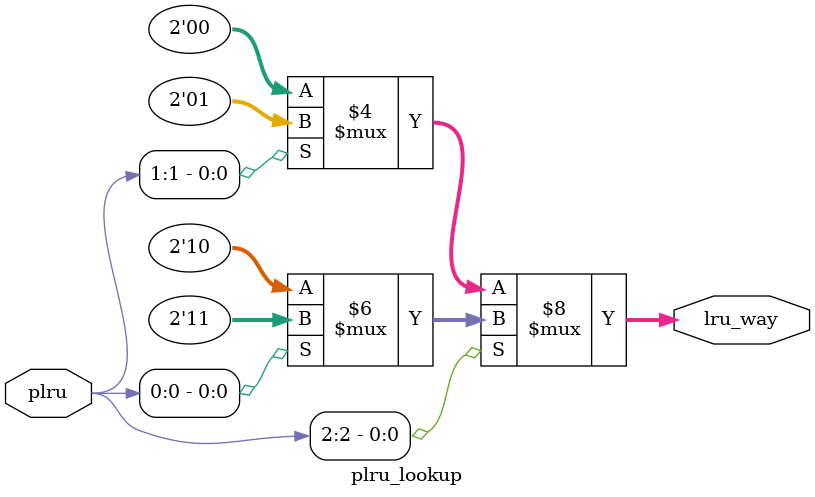
<source format=v>
module plru_lookup (
    input  [2:0] plru,      // plru[2]=root, plru[1]=left, plru[0]=right
    output reg [1:0] lru_way
);
    always @(*) begin
        if (plru[2] == 1'b0) begin
            // left subtree LRU -> chọn giữa way0/1 theo plru[1]
            lru_way = (plru[1] == 1'b0) ? 2'b00 : 2'b01;
        end 
        else begin
            // right subtree LRU -> chọn giữa way2/3 theo plru[0]
            lru_way = (plru[0] == 1'b0) ? 2'b10 : 2'b11;
        end
    end
endmodule

</source>
